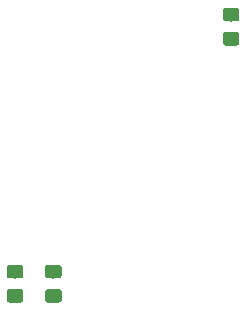
<source format=gtp>
G04 #@! TF.GenerationSoftware,KiCad,Pcbnew,(5.0.0-3-g5ebb6b6)*
G04 #@! TF.CreationDate,2018-10-04T16:31:17-06:00*
G04 #@! TF.ProjectId,Hallow,48616C6C6F772E6B696361645F706362,rev?*
G04 #@! TF.SameCoordinates,Original*
G04 #@! TF.FileFunction,Paste,Top*
G04 #@! TF.FilePolarity,Positive*
%FSLAX46Y46*%
G04 Gerber Fmt 4.6, Leading zero omitted, Abs format (unit mm)*
G04 Created by KiCad (PCBNEW (5.0.0-3-g5ebb6b6)) date Thursday, October 04, 2018 at 04:31:17 PM*
%MOMM*%
%LPD*%
G01*
G04 APERTURE LIST*
%ADD10C,0.150000*%
%ADD11C,1.150000*%
G04 APERTURE END LIST*
D10*
G04 #@! TO.C,R3*
G36*
X231699290Y-136309095D02*
X231723558Y-136312695D01*
X231747357Y-136318656D01*
X231770456Y-136326921D01*
X231792635Y-136337411D01*
X231813678Y-136350023D01*
X231833384Y-136364638D01*
X231851562Y-136381114D01*
X231868038Y-136399292D01*
X231882653Y-136418998D01*
X231895265Y-136440041D01*
X231905755Y-136462220D01*
X231914020Y-136485319D01*
X231919981Y-136509118D01*
X231923581Y-136533386D01*
X231924785Y-136557890D01*
X231924785Y-137207892D01*
X231923581Y-137232396D01*
X231919981Y-137256664D01*
X231914020Y-137280463D01*
X231905755Y-137303562D01*
X231895265Y-137325741D01*
X231882653Y-137346784D01*
X231868038Y-137366490D01*
X231851562Y-137384668D01*
X231833384Y-137401144D01*
X231813678Y-137415759D01*
X231792635Y-137428371D01*
X231770456Y-137438861D01*
X231747357Y-137447126D01*
X231723558Y-137453087D01*
X231699290Y-137456687D01*
X231674786Y-137457891D01*
X230774784Y-137457891D01*
X230750280Y-137456687D01*
X230726012Y-137453087D01*
X230702213Y-137447126D01*
X230679114Y-137438861D01*
X230656935Y-137428371D01*
X230635892Y-137415759D01*
X230616186Y-137401144D01*
X230598008Y-137384668D01*
X230581532Y-137366490D01*
X230566917Y-137346784D01*
X230554305Y-137325741D01*
X230543815Y-137303562D01*
X230535550Y-137280463D01*
X230529589Y-137256664D01*
X230525989Y-137232396D01*
X230524785Y-137207892D01*
X230524785Y-136557890D01*
X230525989Y-136533386D01*
X230529589Y-136509118D01*
X230535550Y-136485319D01*
X230543815Y-136462220D01*
X230554305Y-136440041D01*
X230566917Y-136418998D01*
X230581532Y-136399292D01*
X230598008Y-136381114D01*
X230616186Y-136364638D01*
X230635892Y-136350023D01*
X230656935Y-136337411D01*
X230679114Y-136326921D01*
X230702213Y-136318656D01*
X230726012Y-136312695D01*
X230750280Y-136309095D01*
X230774784Y-136307891D01*
X231674786Y-136307891D01*
X231699290Y-136309095D01*
X231699290Y-136309095D01*
G37*
D11*
X231224785Y-136882891D03*
D10*
G36*
X231699290Y-134259095D02*
X231723558Y-134262695D01*
X231747357Y-134268656D01*
X231770456Y-134276921D01*
X231792635Y-134287411D01*
X231813678Y-134300023D01*
X231833384Y-134314638D01*
X231851562Y-134331114D01*
X231868038Y-134349292D01*
X231882653Y-134368998D01*
X231895265Y-134390041D01*
X231905755Y-134412220D01*
X231914020Y-134435319D01*
X231919981Y-134459118D01*
X231923581Y-134483386D01*
X231924785Y-134507890D01*
X231924785Y-135157892D01*
X231923581Y-135182396D01*
X231919981Y-135206664D01*
X231914020Y-135230463D01*
X231905755Y-135253562D01*
X231895265Y-135275741D01*
X231882653Y-135296784D01*
X231868038Y-135316490D01*
X231851562Y-135334668D01*
X231833384Y-135351144D01*
X231813678Y-135365759D01*
X231792635Y-135378371D01*
X231770456Y-135388861D01*
X231747357Y-135397126D01*
X231723558Y-135403087D01*
X231699290Y-135406687D01*
X231674786Y-135407891D01*
X230774784Y-135407891D01*
X230750280Y-135406687D01*
X230726012Y-135403087D01*
X230702213Y-135397126D01*
X230679114Y-135388861D01*
X230656935Y-135378371D01*
X230635892Y-135365759D01*
X230616186Y-135351144D01*
X230598008Y-135334668D01*
X230581532Y-135316490D01*
X230566917Y-135296784D01*
X230554305Y-135275741D01*
X230543815Y-135253562D01*
X230535550Y-135230463D01*
X230529589Y-135206664D01*
X230525989Y-135182396D01*
X230524785Y-135157892D01*
X230524785Y-134507890D01*
X230525989Y-134483386D01*
X230529589Y-134459118D01*
X230535550Y-134435319D01*
X230543815Y-134412220D01*
X230554305Y-134390041D01*
X230566917Y-134368998D01*
X230581532Y-134349292D01*
X230598008Y-134331114D01*
X230616186Y-134314638D01*
X230635892Y-134300023D01*
X230656935Y-134287411D01*
X230679114Y-134276921D01*
X230702213Y-134268656D01*
X230726012Y-134262695D01*
X230750280Y-134259095D01*
X230774784Y-134257891D01*
X231674786Y-134257891D01*
X231699290Y-134259095D01*
X231699290Y-134259095D01*
G37*
D11*
X231224785Y-134832891D03*
G04 #@! TD*
D10*
G04 #@! TO.C,R2*
G36*
X234940330Y-134252855D02*
X234964598Y-134256455D01*
X234988397Y-134262416D01*
X235011496Y-134270681D01*
X235033675Y-134281171D01*
X235054718Y-134293783D01*
X235074424Y-134308398D01*
X235092602Y-134324874D01*
X235109078Y-134343052D01*
X235123693Y-134362758D01*
X235136305Y-134383801D01*
X235146795Y-134405980D01*
X235155060Y-134429079D01*
X235161021Y-134452878D01*
X235164621Y-134477146D01*
X235165825Y-134501650D01*
X235165825Y-135151652D01*
X235164621Y-135176156D01*
X235161021Y-135200424D01*
X235155060Y-135224223D01*
X235146795Y-135247322D01*
X235136305Y-135269501D01*
X235123693Y-135290544D01*
X235109078Y-135310250D01*
X235092602Y-135328428D01*
X235074424Y-135344904D01*
X235054718Y-135359519D01*
X235033675Y-135372131D01*
X235011496Y-135382621D01*
X234988397Y-135390886D01*
X234964598Y-135396847D01*
X234940330Y-135400447D01*
X234915826Y-135401651D01*
X234015824Y-135401651D01*
X233991320Y-135400447D01*
X233967052Y-135396847D01*
X233943253Y-135390886D01*
X233920154Y-135382621D01*
X233897975Y-135372131D01*
X233876932Y-135359519D01*
X233857226Y-135344904D01*
X233839048Y-135328428D01*
X233822572Y-135310250D01*
X233807957Y-135290544D01*
X233795345Y-135269501D01*
X233784855Y-135247322D01*
X233776590Y-135224223D01*
X233770629Y-135200424D01*
X233767029Y-135176156D01*
X233765825Y-135151652D01*
X233765825Y-134501650D01*
X233767029Y-134477146D01*
X233770629Y-134452878D01*
X233776590Y-134429079D01*
X233784855Y-134405980D01*
X233795345Y-134383801D01*
X233807957Y-134362758D01*
X233822572Y-134343052D01*
X233839048Y-134324874D01*
X233857226Y-134308398D01*
X233876932Y-134293783D01*
X233897975Y-134281171D01*
X233920154Y-134270681D01*
X233943253Y-134262416D01*
X233967052Y-134256455D01*
X233991320Y-134252855D01*
X234015824Y-134251651D01*
X234915826Y-134251651D01*
X234940330Y-134252855D01*
X234940330Y-134252855D01*
G37*
D11*
X234465825Y-134826651D03*
D10*
G36*
X234940330Y-136302855D02*
X234964598Y-136306455D01*
X234988397Y-136312416D01*
X235011496Y-136320681D01*
X235033675Y-136331171D01*
X235054718Y-136343783D01*
X235074424Y-136358398D01*
X235092602Y-136374874D01*
X235109078Y-136393052D01*
X235123693Y-136412758D01*
X235136305Y-136433801D01*
X235146795Y-136455980D01*
X235155060Y-136479079D01*
X235161021Y-136502878D01*
X235164621Y-136527146D01*
X235165825Y-136551650D01*
X235165825Y-137201652D01*
X235164621Y-137226156D01*
X235161021Y-137250424D01*
X235155060Y-137274223D01*
X235146795Y-137297322D01*
X235136305Y-137319501D01*
X235123693Y-137340544D01*
X235109078Y-137360250D01*
X235092602Y-137378428D01*
X235074424Y-137394904D01*
X235054718Y-137409519D01*
X235033675Y-137422131D01*
X235011496Y-137432621D01*
X234988397Y-137440886D01*
X234964598Y-137446847D01*
X234940330Y-137450447D01*
X234915826Y-137451651D01*
X234015824Y-137451651D01*
X233991320Y-137450447D01*
X233967052Y-137446847D01*
X233943253Y-137440886D01*
X233920154Y-137432621D01*
X233897975Y-137422131D01*
X233876932Y-137409519D01*
X233857226Y-137394904D01*
X233839048Y-137378428D01*
X233822572Y-137360250D01*
X233807957Y-137340544D01*
X233795345Y-137319501D01*
X233784855Y-137297322D01*
X233776590Y-137274223D01*
X233770629Y-137250424D01*
X233767029Y-137226156D01*
X233765825Y-137201652D01*
X233765825Y-136551650D01*
X233767029Y-136527146D01*
X233770629Y-136502878D01*
X233776590Y-136479079D01*
X233784855Y-136455980D01*
X233795345Y-136433801D01*
X233807957Y-136412758D01*
X233822572Y-136393052D01*
X233839048Y-136374874D01*
X233857226Y-136358398D01*
X233876932Y-136343783D01*
X233897975Y-136331171D01*
X233920154Y-136320681D01*
X233943253Y-136312416D01*
X233967052Y-136306455D01*
X233991320Y-136302855D01*
X234015824Y-136301651D01*
X234915826Y-136301651D01*
X234940330Y-136302855D01*
X234940330Y-136302855D01*
G37*
D11*
X234465825Y-136876651D03*
G04 #@! TD*
D10*
G04 #@! TO.C,R1*
G36*
X250004505Y-112485604D02*
X250028773Y-112489204D01*
X250052572Y-112495165D01*
X250075671Y-112503430D01*
X250097850Y-112513920D01*
X250118893Y-112526532D01*
X250138599Y-112541147D01*
X250156777Y-112557623D01*
X250173253Y-112575801D01*
X250187868Y-112595507D01*
X250200480Y-112616550D01*
X250210970Y-112638729D01*
X250219235Y-112661828D01*
X250225196Y-112685627D01*
X250228796Y-112709895D01*
X250230000Y-112734399D01*
X250230000Y-113384401D01*
X250228796Y-113408905D01*
X250225196Y-113433173D01*
X250219235Y-113456972D01*
X250210970Y-113480071D01*
X250200480Y-113502250D01*
X250187868Y-113523293D01*
X250173253Y-113542999D01*
X250156777Y-113561177D01*
X250138599Y-113577653D01*
X250118893Y-113592268D01*
X250097850Y-113604880D01*
X250075671Y-113615370D01*
X250052572Y-113623635D01*
X250028773Y-113629596D01*
X250004505Y-113633196D01*
X249980001Y-113634400D01*
X249079999Y-113634400D01*
X249055495Y-113633196D01*
X249031227Y-113629596D01*
X249007428Y-113623635D01*
X248984329Y-113615370D01*
X248962150Y-113604880D01*
X248941107Y-113592268D01*
X248921401Y-113577653D01*
X248903223Y-113561177D01*
X248886747Y-113542999D01*
X248872132Y-113523293D01*
X248859520Y-113502250D01*
X248849030Y-113480071D01*
X248840765Y-113456972D01*
X248834804Y-113433173D01*
X248831204Y-113408905D01*
X248830000Y-113384401D01*
X248830000Y-112734399D01*
X248831204Y-112709895D01*
X248834804Y-112685627D01*
X248840765Y-112661828D01*
X248849030Y-112638729D01*
X248859520Y-112616550D01*
X248872132Y-112595507D01*
X248886747Y-112575801D01*
X248903223Y-112557623D01*
X248921401Y-112541147D01*
X248941107Y-112526532D01*
X248962150Y-112513920D01*
X248984329Y-112503430D01*
X249007428Y-112495165D01*
X249031227Y-112489204D01*
X249055495Y-112485604D01*
X249079999Y-112484400D01*
X249980001Y-112484400D01*
X250004505Y-112485604D01*
X250004505Y-112485604D01*
G37*
D11*
X249530000Y-113059400D03*
D10*
G36*
X250004505Y-114535604D02*
X250028773Y-114539204D01*
X250052572Y-114545165D01*
X250075671Y-114553430D01*
X250097850Y-114563920D01*
X250118893Y-114576532D01*
X250138599Y-114591147D01*
X250156777Y-114607623D01*
X250173253Y-114625801D01*
X250187868Y-114645507D01*
X250200480Y-114666550D01*
X250210970Y-114688729D01*
X250219235Y-114711828D01*
X250225196Y-114735627D01*
X250228796Y-114759895D01*
X250230000Y-114784399D01*
X250230000Y-115434401D01*
X250228796Y-115458905D01*
X250225196Y-115483173D01*
X250219235Y-115506972D01*
X250210970Y-115530071D01*
X250200480Y-115552250D01*
X250187868Y-115573293D01*
X250173253Y-115592999D01*
X250156777Y-115611177D01*
X250138599Y-115627653D01*
X250118893Y-115642268D01*
X250097850Y-115654880D01*
X250075671Y-115665370D01*
X250052572Y-115673635D01*
X250028773Y-115679596D01*
X250004505Y-115683196D01*
X249980001Y-115684400D01*
X249079999Y-115684400D01*
X249055495Y-115683196D01*
X249031227Y-115679596D01*
X249007428Y-115673635D01*
X248984329Y-115665370D01*
X248962150Y-115654880D01*
X248941107Y-115642268D01*
X248921401Y-115627653D01*
X248903223Y-115611177D01*
X248886747Y-115592999D01*
X248872132Y-115573293D01*
X248859520Y-115552250D01*
X248849030Y-115530071D01*
X248840765Y-115506972D01*
X248834804Y-115483173D01*
X248831204Y-115458905D01*
X248830000Y-115434401D01*
X248830000Y-114784399D01*
X248831204Y-114759895D01*
X248834804Y-114735627D01*
X248840765Y-114711828D01*
X248849030Y-114688729D01*
X248859520Y-114666550D01*
X248872132Y-114645507D01*
X248886747Y-114625801D01*
X248903223Y-114607623D01*
X248921401Y-114591147D01*
X248941107Y-114576532D01*
X248962150Y-114563920D01*
X248984329Y-114553430D01*
X249007428Y-114545165D01*
X249031227Y-114539204D01*
X249055495Y-114535604D01*
X249079999Y-114534400D01*
X249980001Y-114534400D01*
X250004505Y-114535604D01*
X250004505Y-114535604D01*
G37*
D11*
X249530000Y-115109400D03*
G04 #@! TD*
M02*

</source>
